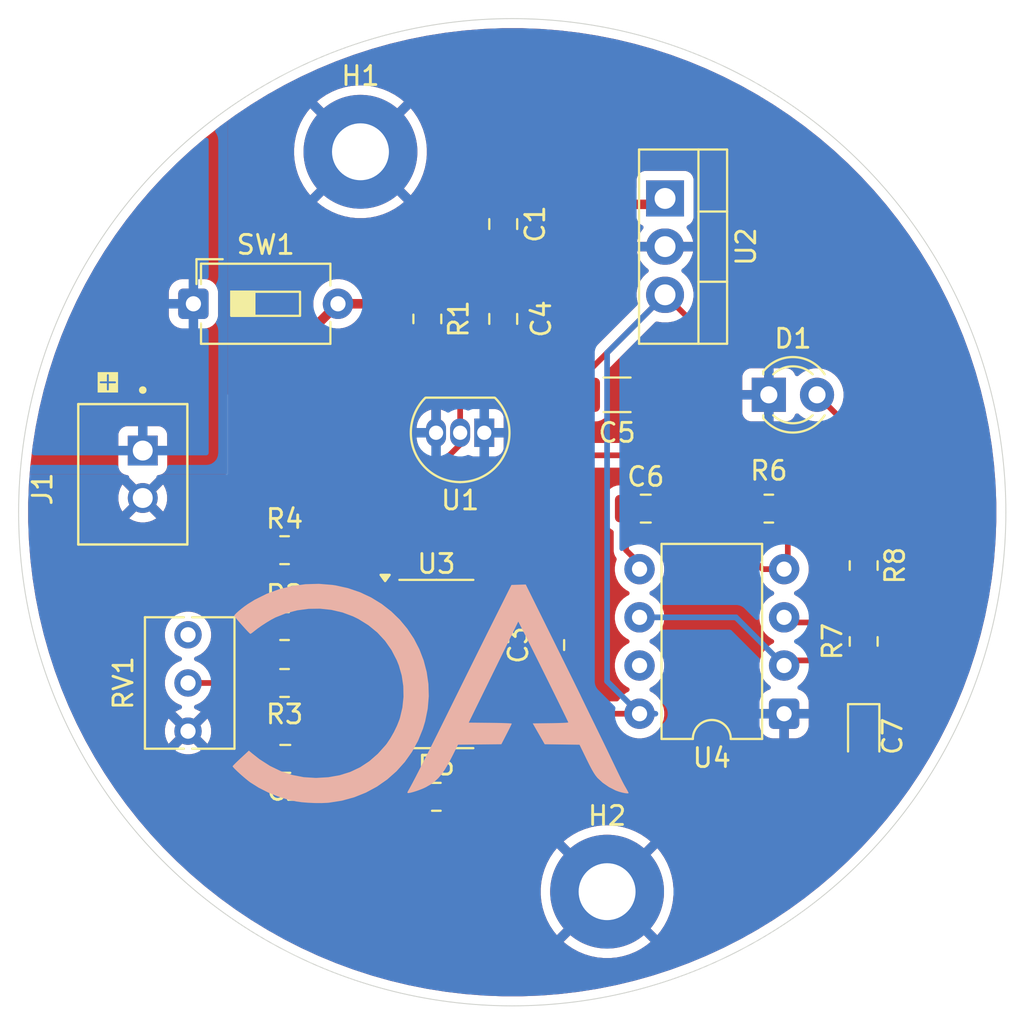
<source format=kicad_pcb>
(kicad_pcb (version 20241229) (generator "pcbnew") (generator_version "9.0")
  (title_block (title "IndicadorBateriaBaja") (date "2025-04-27") (rev "1") (company "Davidson Camilo Acuña Romero"))
  (layers (0 "F.Cu" signal) (2 "B.Cu" signal) (13 "F.Paste" user) (15 "B.Paste" user) (5 "F.SilkS" user "F.Silkscreen") (7 "B.SilkS" user "B.Silkscreen") (1 "F.Mask" user) (3 "B.Mask" user) (25 "Edge.Cuts" user))
  (net 0 "")
  (net 1 "GND")
  (net 2 "Net-(U3A--)")
  (net 3 "Net-(U4-CV)")
  (net 4 "Net-(U4-THR)")
  (net 5 "Net-(D1-A)")
  (net 6 "+BATT")
  (net 7 "Net-(U1-K)")
  (net 8 "Net-(R3-Pad2)")
  (net 9 "Net-(U3A-+)")
  (net 10 "Net-(U4-R)")
  (net 11 "Net-(U4-Q)")
  (net 22 "Net-(U2-VI)")
  (net 23 "Net-(U2-VO)")
  (footprint "Capacitor_Tantalum_SMD:CP_EIA-1608-08_AVX-J_HandSolder" (layer "F.Cu") (at 89.195 66.19 -90)
    (property "Reference" "C7" (at 0 -1.52 90) (layer "F.SilkS"))
    (property "Value" "1u / 10V")
    (fp_line (start -1.695 0.825) (end 0.8 0.825) (stroke (width 0.12)) (layer "F.SilkS"))
    (fp_line (start -1.695 -0.825) (end -1.695 0.825) (stroke (width 0.12)) (layer "F.SilkS"))
    (fp_line (start 0.8 -0.825) (end -1.695 -0.825) (stroke (width 0.12)) (layer "F.SilkS"))
    (pad "1" smd roundrect (at -0.8025 0 270) (size 1.265 1.13) (layers "F.Cu" "F.Mask" "F.Paste") (roundrect_rratio 0.221239) (net 4 "Net-(U4-THR)"))
    (pad "2" smd roundrect (at 0.8025 0 270) (size 1.265 1.13) (layers "F.Cu" "F.Mask" "F.Paste") (roundrect_rratio 0.221239) (net 1 "GND"))
  )
  (footprint "Resistor_SMD:R_0805_2012Metric_Pad1.20x1.40mm_HandSolder" (layer "F.Cu") (at 89.195 61.19 90)
    (property "Reference" "R7" (at 0 -1.65 90) (layer "F.SilkS"))
    (property "Value" "100k")
    (fp_line (start -0.227064 -0.735) (end 0.227064 -0.735) (stroke (width 0.12)) (layer "F.SilkS"))
    (fp_line (start -0.227064 0.735) (end 0.227064 0.735) (stroke (width 0.12)) (layer "F.SilkS"))
    (pad "1" smd roundrect (at -1 0 90) (size 1.2 1.4) (layers "F.Cu" "F.Mask" "F.Paste") (roundrect_rratio 0.208333) (net 4 "Net-(U4-THR)"))
    (pad "2" smd roundrect (at 1 0 90) (size 1.2 1.4) (layers "F.Cu" "F.Mask" "F.Paste") (roundrect_rratio 0.208333) (net 11 "Net-(U4-Q)"))
  )
  (footprint "Resistor_SMD:R_0805_2012Metric_Pad1.20x1.40mm_HandSolder" (layer "F.Cu") (at 58.67 56.38)
    (property "Reference" "R4" (at 0 -1.65 0) (layer "F.SilkS"))
    (property "Value" "1k")
    (fp_line (start -0.227064 -0.735) (end 0.227064 -0.735) (stroke (width 0.12)) (layer "F.SilkS"))
    (fp_line (start -0.227064 0.735) (end 0.227064 0.735) (stroke (width 0.12)) (layer "F.SilkS"))
    (pad "1" smd roundrect (at -1 0) (size 1.2 1.4) (layers "F.Cu" "F.Mask" "F.Paste") (roundrect_rratio 0.208333) (net 7 "Net-(U1-K)"))
    (pad "2" smd roundrect (at 1 0) (size 1.2 1.4) (layers "F.Cu" "F.Mask" "F.Paste") (roundrect_rratio 0.208333) (net 9 "Net-(U3A-+)"))
  )
  (footprint "Package_TO_SOT_THT:TO-220-3_Vertical" (layer "F.Cu") (at 78.725 37.84 -90)
    (property "Reference" "U2" (at 2.54 -4.27 90) (layer "F.SilkS"))
    (property "Value" "LM7805_TO220")
    (fp_line (start -2.58 1.371) (end 7.66 1.371) (stroke (width 0.12)) (layer "F.SilkS"))
    (fp_line (start -2.58 -1.76) (end 7.66 -1.76) (stroke (width 0.12)) (layer "F.SilkS"))
    (fp_line (start -2.58 -3.27) (end -2.58 1.371) (stroke (width 0.12)) (layer "F.SilkS"))
    (fp_line (start -2.58 -3.27) (end 7.66 -3.27) (stroke (width 0.12)) (layer "F.SilkS"))
    (fp_line (start 0.69 -3.27) (end 0.69 -1.76) (stroke (width 0.12)) (layer "F.SilkS"))
    (fp_line (start 4.391 -3.27) (end 4.391 -1.76) (stroke (width 0.12)) (layer "F.SilkS"))
    (fp_line (start 7.66 -3.27) (end 7.66 1.371) (stroke (width 0.12)) (layer "F.SilkS"))
    (pad "1" thru_hole rect (at 0 0 270) (size 1.905 2) (drill 1.1) (layers "*.Cu" "*.Mask") (net 22 "Net-(U2-VI)"))
    (pad "2" thru_hole oval (at 2.54 0 270) (size 1.905 2) (drill 1.1) (layers "*.Cu" "*.Mask") (net 1 "GND"))
    (pad "3" thru_hole oval (at 5.08 0 270) (size 1.905 2) (drill 1.1) (layers "*.Cu" "*.Mask") (net 23 "Net-(U2-VO)"))
  )
  (footprint "Capacitor_SMD:C_0805_2012Metric_Pad1.18x1.45mm_HandSolder" (layer "F.Cu") (at 70.195 44.19 90)
    (property "Reference" "C4" (at 0 2 90) (layer "F.SilkS"))
    (property "Value" "0.1u")
    (fp_line (start -0.261252 -0.735) (end 0.261252 -0.735) (stroke (width 0.12)) (layer "F.SilkS"))
    (fp_line (start -0.261252 0.735) (end 0.261252 0.735) (stroke (width 0.12)) (layer "F.SilkS"))
    (pad "1" smd roundrect (at -1.0375 0 90) (size 1.175 1.45) (layers "F.Cu" "F.Mask" "F.Paste") (roundrect_rratio 0.212766) (net 23 "Net-(U2-VO)"))
    (pad "2" smd roundrect (at 1.0375 0 90) (size 1.175 1.45) (layers "F.Cu" "F.Mask" "F.Paste") (roundrect_rratio 0.212766) (net 1 "GND"))
  )
  (footprint "Resistor_SMD:R_0805_2012Metric_Pad1.20x1.40mm_HandSolder" (layer "F.Cu") (at 84.195 54.19 180)
    (property "Reference" "R6" (at 0 2 0) (layer "F.SilkS"))
    (property "Value" "1k")
    (fp_line (start -0.227064 0.735) (end 0.227064 0.735) (stroke (width 0.12)) (layer "F.SilkS"))
    (fp_line (start -0.227064 -0.735) (end 0.227064 -0.735) (stroke (width 0.12)) (layer "F.SilkS"))
    (pad "1" smd roundrect (at -1 0 180) (size 1.2 1.4) (layers "F.Cu" "F.Mask" "F.Paste") (roundrect_rratio 0.208333) (net 10 "Net-(U4-R)"))
    (pad "2" smd roundrect (at 1 0 180) (size 1.2 1.4) (layers "F.Cu" "F.Mask" "F.Paste") (roundrect_rratio 0.208333) (net 23 "Net-(U2-VO)"))
  )
  (footprint "JST_XH_2:JST_B2B-XH-A" (layer "F.Cu") (at 50.67 52.38 90)
    (property "Reference" "J1" (at -0.775 -4.76 90) (layer "F.SilkS"))
    (property "Value" "B2B-XH-A")
    (fp_line (start 3.7 -2.875) (end 3.7 2.875) (stroke (width 0.127)) (layer "F.SilkS"))
    (fp_line (start -3.7 -2.875) (end 3.7 -2.875) (stroke (width 0.127)) (layer "F.SilkS"))
    (fp_line (start 3.7 2.875) (end -3.7 2.875) (stroke (width 0.127)) (layer "F.SilkS"))
    (fp_line (start -3.7 2.875) (end -3.7 -2.875) (stroke (width 0.127)) (layer "F.SilkS"))
    (fp_circle (center 4.44 0.525) (end 4.54 0.525) (stroke (width 0.2)) (fill no) (layer "F.SilkS"))
    (pad "1" thru_hole rect (at 1.25 0.525 90) (size 1.575 1.575) (drill 1.05) (layers "*.Cu" "*.Mask") (net 6 "+BATT"))
    (pad "2" thru_hole circle (at -1.25 0.525 90) (size 1.575 1.575) (drill 1.05) (layers "*.Cu" "*.Mask") (net 1 "GND"))
  )
  (footprint "Package_SO:SOIC-14_3.9x8.7mm_P1.27mm" (layer "F.Cu") (at 66.67 62.38)
    (property "Reference" "U3" (at 0 -5.28 0) (layer "F.SilkS"))
    (property "Value" "LM319")
    (fp_line (start 0 -4.435) (end -1.95 -4.435) (stroke (width 0.12)) (layer "F.SilkS"))
    (fp_line (start 0 -4.435) (end 1.95 -4.435) (stroke (width 0.12)) (layer "F.SilkS"))
    (fp_line (start 0 4.435) (end -1.95 4.435) (stroke (width 0.12)) (layer "F.SilkS"))
    (fp_line (start 0 4.435) (end 1.95 4.435) (stroke (width 0.12)) (layer "F.SilkS"))
    (fp_poly (pts (xy -2.7 -4.37) (xy -2.94 -4.7) (xy -2.46 -4.7)) (stroke (width 0.12)) (fill yes) (layer "F.SilkS"))
    (pad "1" smd roundrect (at -2.475 -3.81) (size 1.95 0.6) (layers "F.Cu" "F.Mask" "F.Paste"))
    (pad "2" smd roundrect (at -2.475 -2.54) (size 1.95 0.6) (layers "F.Cu" "F.Mask" "F.Paste"))
    (pad "3" smd roundrect (at -2.475 -1.27) (size 1.95 0.6) (layers "F.Cu" "F.Mask" "F.Paste") (net 1 "GND"))
    (pad "4" smd roundrect (at -2.475 0) (size 1.95 0.6) (layers "F.Cu" "F.Mask" "F.Paste") (net 9 "Net-(U3A-+)"))
    (pad "5" smd roundrect (at -2.475 1.27) (size 1.95 0.6) (layers "F.Cu" "F.Mask" "F.Paste") (net 2 "Net-(U3A--)"))
    (pad "6" smd roundrect (at -2.475 2.54) (size 1.95 0.6) (layers "F.Cu" "F.Mask" "F.Paste") (net 1 "GND"))
    (pad "7" smd roundrect (at -2.475 3.81) (size 1.95 0.6) (layers "F.Cu" "F.Mask" "F.Paste"))
    (pad "8" smd roundrect (at 2.475 3.81) (size 1.95 0.6) (layers "F.Cu" "F.Mask" "F.Paste"))
    (pad "9" smd roundrect (at 2.475 2.54) (size 1.95 0.6) (layers "F.Cu" "F.Mask" "F.Paste"))
    (pad "10" smd roundrect (at 2.475 1.27) (size 1.95 0.6) (layers "F.Cu" "F.Mask" "F.Paste"))
    (pad "11" smd roundrect (at 2.475 0) (size 1.95 0.6) (layers "F.Cu" "F.Mask" "F.Paste") (net 23 "Net-(U2-VO)"))
    (pad "12" smd roundrect (at 2.475 -1.27) (size 1.95 0.6) (layers "F.Cu" "F.Mask" "F.Paste") (net 10 "Net-(U4-R)"))
    (pad "13" smd roundrect (at 2.475 -2.54) (size 1.95 0.6) (layers "F.Cu" "F.Mask" "F.Paste"))
    (pad "14" smd roundrect (at 2.475 -3.81) (size 1.95 0.6) (layers "F.Cu" "F.Mask" "F.Paste"))
  )
  (footprint "Capacitor_SMD:C_0805_2012Metric_Pad1.18x1.45mm_HandSolder" (layer "F.Cu") (at 58.7075 67.38 180)
    (property "Reference" "C2" (at 0 -1.68 0) (layer "F.SilkS"))
    (property "Value" "0.01u")
    (fp_line (start -0.261252 0.735) (end 0.261252 0.735) (stroke (width 0.12)) (layer "F.SilkS"))
    (fp_line (start -0.261252 -0.735) (end 0.261252 -0.735) (stroke (width 0.12)) (layer "F.SilkS"))
    (pad "1" smd roundrect (at -1.0375 0 180) (size 1.175 1.45) (layers "F.Cu" "F.Mask" "F.Paste") (roundrect_rratio 0.212766) (net 2 "Net-(U3A--)"))
    (pad "2" smd roundrect (at 1.0375 0 180) (size 1.175 1.45) (layers "F.Cu" "F.Mask" "F.Paste") (roundrect_rratio 0.212766) (net 1 "GND"))
  )
  (footprint "Package_DIP:DIP-8_W7.62mm" (layer "F.Cu") (at 85 65 180)
    (property "Reference" "U4" (at 3.81 -2.33 0) (layer "F.SilkS"))
    (property "Value" "NE555P")
    (fp_line (start 6.46 8.95) (end 6.46 -1.33) (stroke (width 0.12)) (layer "F.SilkS"))
    (fp_line (start 6.46 -1.33) (end 4.81 -1.33) (stroke (width 0.12)) (layer "F.SilkS"))
    (fp_line (start 2.81 -1.33) (end 1.16 -1.33) (stroke (width 0.12)) (layer "F.SilkS"))
    (fp_line (start 1.16 8.95) (end 6.46 8.95) (stroke (width 0.12)) (layer "F.SilkS"))
    (fp_line (start 1.16 -1.33) (end 1.16 8.95) (stroke (width 0.12)) (layer "F.SilkS"))
    (fp_arc (start 4.81 -1.33) (mid 3.81 -0.33) (end 2.81 -1.33) (stroke (width 0.12)) (layer "F.SilkS"))
    (pad "1" thru_hole roundrect (at 0 0 180) (size 1.6 1.6) (drill 0.8) (layers "*.Cu" "*.Mask") (roundrect_rratio 0.15625) (net 1 "GND"))
    (pad "2" thru_hole circle (at 0 2.54 180) (size 1.6 1.6) (drill 0.8) (layers "*.Cu" "*.Mask") (net 4 "Net-(U4-THR)"))
    (pad "3" thru_hole circle (at 0 5.08 180) (size 1.6 1.6) (drill 0.8) (layers "*.Cu" "*.Mask") (net 11 "Net-(U4-Q)"))
    (pad "4" thru_hole circle (at 0 7.62 180) (size 1.6 1.6) (drill 0.8) (layers "*.Cu" "*.Mask") (net 10 "Net-(U4-R)"))
    (pad "5" thru_hole circle (at 7.62 7.62 180) (size 1.6 1.6) (drill 0.8) (layers "*.Cu" "*.Mask") (net 3 "Net-(U4-CV)"))
    (pad "6" thru_hole circle (at 7.62 5.08 180) (size 1.6 1.6) (drill 0.8) (layers "*.Cu" "*.Mask") (net 4 "Net-(U4-THR)"))
    (pad "7" thru_hole circle (at 7.62 2.54 180) (size 1.6 1.6) (drill 0.8) (layers "*.Cu" "*.Mask"))
    (pad "8" thru_hole circle (at 7.62 0 180) (size 1.6 1.6) (drill 0.8) (layers "*.Cu" "*.Mask") (net 23 "Net-(U2-VO)"))
  )
  (footprint "Capacitor_SMD:C_0805_2012Metric_Pad1.18x1.45mm_HandSolder" (layer "F.Cu") (at 70.195 39.19 -90)
    (property "Reference" "C1" (at 0 -1.68 90) (layer "F.SilkS"))
    (property "Value" "0.1u")
    (fp_line (start -0.261252 0.735) (end 0.261252 0.735) (stroke (width 0.12)) (layer "F.SilkS"))
    (fp_line (start -0.261252 -0.735) (end 0.261252 -0.735) (stroke (width 0.12)) (layer "F.SilkS"))
    (pad "1" smd roundrect (at -1.0375 0 270) (size 1.175 1.45) (layers "F.Cu" "F.Mask" "F.Paste") (roundrect_rratio 0.212766) (net 22 "Net-(U2-VI)"))
    (pad "2" smd roundrect (at 1.0375 0 270) (size 1.175 1.45) (layers "F.Cu" "F.Mask" "F.Paste") (roundrect_rratio 0.212766) (net 1 "GND"))
  )
  (footprint "Button_Switch_THT:SW_DIP_SPSTx01_Slide_6.7x4.1mm_W7.62mm_P2.54mm_LowProfile" (layer "F.Cu") (at 53.865 43.3925)
    (property "Reference" "SW1" (at 3.81 -3.11 0) (layer "F.SilkS"))
    (property "Value" "SW_DIP_x01")
    (fp_line (start 0.16 -2.35) (end 0.16 -1.04) (stroke (width 0.12)) (layer "F.SilkS"))
    (fp_line (start 0.16 -2.35) (end 1.543 -2.35) (stroke (width 0.12)) (layer "F.SilkS"))
    (fp_line (start 0.4 -2.11) (end 0.4 -1.04) (stroke (width 0.12)) (layer "F.SilkS"))
    (fp_line (start 0.4 -2.11) (end 7.22 -2.11) (stroke (width 0.12)) (layer "F.SilkS"))
    (fp_line (start 0.4 1.04) (end 0.4 2.11) (stroke (width 0.12)) (layer "F.SilkS"))
    (fp_line (start 0.4 2.11) (end 7.22 2.11) (stroke (width 0.12)) (layer "F.SilkS"))
    (fp_line (start 3.206667 -0.635) (end 3.206667 0.635) (stroke (width 0.12)) (layer "F.SilkS"))
    (fp_line (start 7.22 -2.11) (end 7.22 -0.96) (stroke (width 0.12)) (layer "F.SilkS"))
    (fp_line (start 7.22 0.96) (end 7.22 2.11) (stroke (width 0.12)) (layer "F.SilkS"))
    (fp_rect (start 2 -0.635) (end 3.206667 0.635) (stroke (width 0.12)) (fill yes) (layer "F.SilkS"))
    (fp_rect (start 2 -0.635) (end 5.62 0.635) (stroke (width 0.12)) (fill no) (layer "F.SilkS"))
    (pad "1" thru_hole roundrect (at 0 0) (size 1.6 1.6) (drill 0.8) (layers "*.Cu" "*.Mask") (roundrect_rratio 0.15625) (net 6 "+BATT"))
    (pad "2" thru_hole circle (at 7.62 0) (size 1.6 1.6) (drill 0.8) (layers "*.Cu" "*.Mask") (net 22 "Net-(U2-VI)"))
  )
  (footprint "Package_TO_SOT_THT:TO-92_Inline" (layer "F.Cu") (at 69.195 50.19 180)
    (property "Reference" "U1" (at 1.27 -3.56 0) (layer "F.SilkS"))
    (property "Value" "LM385Z-ADJ")
    (fp_line (start -0.53 1.85) (end 3.07 1.85) (stroke (width 0.12)) (layer "F.SilkS"))
    (fp_arc (start 1.27 -2.6) (mid 3.672087 -0.994977) (end 3.108478 1.838478) (stroke (width 0.12)) (layer "F.SilkS"))
    (fp_arc (start -0.568478 1.838478) (mid -1.132087 -0.994977) (end 1.27 -2.6) (stroke (width 0.12)) (layer "F.SilkS"))
    (pad "1" thru_hole rect (at 0 0 180) (size 1.05 1.5) (drill 0.75) (layers "*.Cu" "*.Mask") (net 1 "GND"))
    (pad "2" thru_hole oval (at 1.27 0 180) (size 1.05 1.5) (drill 0.75) (layers "*.Cu" "*.Mask") (net 7 "Net-(U1-K)"))
    (pad "3" thru_hole oval (at 2.54 0 180) (size 1.05 1.5) (drill 0.75) (layers "*.Cu" "*.Mask") (net 1 "GND"))
  )
  (footprint "Resistor_SMD:R_0805_2012Metric_Pad1.20x1.40mm_HandSolder" (layer "F.Cu") (at 66.67 69.38)
    (property "Reference" "R5" (at 0 -1.65 0) (layer "F.SilkS"))
    (property "Value" "100k")
    (fp_line (start -0.227064 -0.735) (end 0.227064 -0.735) (stroke (width 0.12)) (layer "F.SilkS"))
    (fp_line (start -0.227064 0.735) (end 0.227064 0.735) (stroke (width 0.12)) (layer "F.SilkS"))
    (pad "1" smd roundrect (at -1 0) (size 1.2 1.4) (layers "F.Cu" "F.Mask" "F.Paste") (roundrect_rratio 0.208333) (net 9 "Net-(U3A-+)"))
    (pad "2" smd roundrect (at 1 0) (size 1.2 1.4) (layers "F.Cu" "F.Mask" "F.Paste") (roundrect_rratio 0.208333) (net 10 "Net-(U4-R)"))
  )
  (footprint "Capacitor_SMD:C_0805_2012Metric_Pad1.18x1.45mm_HandSolder" (layer "F.Cu") (at 77.7075 54.19)
    (property "Reference" "C6" (at 0 -1.68 0) (layer "F.SilkS"))
    (property "Value" "0.01u")
    (fp_line (start -0.261252 -0.735) (end 0.261252 -0.735) (stroke (width 0.12)) (layer "F.SilkS"))
    (fp_line (start -0.261252 0.735) (end 0.261252 0.735) (stroke (width 0.12)) (layer "F.SilkS"))
    (pad "1" smd roundrect (at -1.0375 0) (size 1.175 1.45) (layers "F.Cu" "F.Mask" "F.Paste") (roundrect_rratio 0.212766) (net 3 "Net-(U4-CV)"))
    (pad "2" smd roundrect (at 1.0375 0) (size 1.175 1.45) (layers "F.Cu" "F.Mask" "F.Paste") (roundrect_rratio 0.212766) (net 1 "GND"))
  )
  (footprint "MountingHole:MountingHole_3mm_Pad" (layer "F.Cu") (at 75.67 74.38)
    (property "Reference" "H2" (at 0 -4 0) (layer "F.SilkS"))
    (property "Value" "MountingHole_Pad")
    (pad "1" thru_hole circle (at 0 0) (size 6 6) (drill 3) (layers "*.Cu" "*.Mask") (net 1 "GND"))
  )
  (footprint "Capacitor_SMD:C_1206_3216Metric_Pad1.33x1.80mm_HandSolder" (layer "F.Cu") (at 76.195 48.19)
    (property "Reference" "C5" (at 0 2 0) (layer "F.SilkS"))
    (property "Value" "1u / 10V")
    (fp_line (start -0.711252 -0.91) (end 0.711252 -0.91) (stroke (width 0.12)) (layer "F.SilkS"))
    (fp_line (start -0.711252 0.91) (end 0.711252 0.91) (stroke (width 0.12)) (layer "F.SilkS"))
    (pad "1" smd roundrect (at -1.5625 0) (size 1.325 1.8) (layers "F.Cu" "F.Mask" "F.Paste") (roundrect_rratio 0.188679) (net 23 "Net-(U2-VO)"))
    (pad "2" smd roundrect (at 1.5625 0) (size 1.325 1.8) (layers "F.Cu" "F.Mask" "F.Paste") (roundrect_rratio 0.188679) (net 1 "GND"))
  )
  (footprint "Resistor_SMD:R_0805_2012Metric_Pad1.20x1.40mm_HandSolder" (layer "F.Cu") (at 58.67 63.38 180)
    (property "Reference" "R3" (at 0 -1.65 0) (layer "F.SilkS"))
    (property "Value" "10k")
    (fp_line (start -0.227064 0.735) (end 0.227064 0.735) (stroke (width 0.12)) (layer "F.SilkS"))
    (fp_line (start -0.227064 -0.735) (end 0.227064 -0.735) (stroke (width 0.12)) (layer "F.SilkS"))
    (pad "1" smd roundrect (at -1 0 180) (size 1.2 1.4) (layers "F.Cu" "F.Mask" "F.Paste") (roundrect_rratio 0.208333) (net 2 "Net-(U3A--)"))
    (pad "2" smd roundrect (at 1 0 180) (size 1.2 1.4) (layers "F.Cu" "F.Mask" "F.Paste") (roundrect_rratio 0.208333) (net 8 "Net-(R3-Pad2)"))
  )
  (footprint "MountingHole:MountingHole_3mm_Pad" (layer "F.Cu") (at 62.67 35.38)
    (property "Reference" "H1" (at 0 -4 0) (layer "F.SilkS"))
    (property "Value" "MountingHole_Pad")
    (pad "1" thru_hole circle (at 0 0) (size 6 6) (drill 3) (layers "*.Cu" "*.Mask") (net 1 "GND"))
  )
  (footprint "Resistor_SMD:R_0805_2012Metric_Pad1.20x1.40mm_HandSolder" (layer "F.Cu") (at 89.195 57.19 -90)
    (property "Reference" "R8" (at 0 -1.65 90) (layer "F.SilkS"))
    (property "Value" "470")
    (fp_line (start -0.227064 0.735) (end 0.227064 0.735) (stroke (width 0.12)) (layer "F.SilkS"))
    (fp_line (start -0.227064 -0.735) (end 0.227064 -0.735) (stroke (width 0.12)) (layer "F.SilkS"))
    (pad "1" smd roundrect (at -1 0 270) (size 1.2 1.4) (layers "F.Cu" "F.Mask" "F.Paste") (roundrect_rratio 0.208333) (net 5 "Net-(D1-A)"))
    (pad "2" smd roundrect (at 1 0 270) (size 1.2 1.4) (layers "F.Cu" "F.Mask" "F.Paste") (roundrect_rratio 0.208333) (net 11 "Net-(U4-Q)"))
  )
  (footprint "Potentiometer_THT:Potentiometer_Bourns_3266Y_Vertical" (layer "F.Cu") (at 53.58 60.84 90)
    (property "Reference" "RV1" (at -2.54 -3.41 90) (layer "F.SilkS"))
    (property "Value" "R_Potentiometer_Trim")
    (fp_line (start 0.925 -2.27) (end 0.925 -0.217) (stroke (width 0.12)) (layer "F.SilkS"))
    (fp_line (start -6.005 -2.27) (end 0.925 -2.27) (stroke (width 0.12)) (layer "F.SilkS"))
    (fp_line (start -6.005 -2.27) (end -6.005 -0.217) (stroke (width 0.12)) (layer "F.SilkS"))
    (fp_line (start 0.925 0.217) (end 0.925 2.45) (stroke (width 0.12)) (layer "F.SilkS"))
    (fp_line (start -6.005 0.217) (end -6.005 2.45) (stroke (width 0.12)) (layer "F.SilkS"))
    (fp_line (start -6.005 2.45) (end 0.925 2.45) (stroke (width 0.12)) (layer "F.SilkS"))
    (pad "1" thru_hole circle (at 0 0 90) (size 1.44 1.44) (drill 0.8) (layers "*.Cu" "*.Mask"))
    (pad "2" thru_hole circle (at -2.54 0 90) (size 1.44 1.44) (drill 0.8) (layers "*.Cu" "*.Mask") (net 8 "Net-(R3-Pad2)"))
    (pad "3" thru_hole circle (at -5.08 0 90) (size 1.44 1.44) (drill 0.8) (layers "*.Cu" "*.Mask") (net 1 "GND"))
  )
  (footprint "Capacitor_SMD:C_0805_2012Metric_Pad1.18x1.45mm_HandSolder" (layer "F.Cu") (at 72.67 61.38 90)
    (property "Reference" "C3" (at 0 -1.68 90) (layer "F.SilkS"))
    (property "Value" "0.1u")
    (fp_line (start -0.261252 -0.735) (end 0.261252 -0.735) (stroke (width 0.12)) (layer "F.SilkS"))
    (fp_line (start -0.261252 0.735) (end 0.261252 0.735) (stroke (width 0.12)) (layer "F.SilkS"))
    (pad "1" smd roundrect (at -1.0375 0 90) (size 1.175 1.45) (layers "F.Cu" "F.Mask" "F.Paste") (roundrect_rratio 0.212766) (net 23 "Net-(U2-VO)"))
    (pad "2" smd roundrect (at 1.0375 0 90) (size 1.175 1.45) (layers "F.Cu" "F.Mask" "F.Paste") (roundrect_rratio 0.212766) (net 1 "GND"))
  )
  (footprint "Resistor_SMD:R_0805_2012Metric_Pad1.20x1.40mm_HandSolder" (layer "F.Cu") (at 66.195 44.19 -90)
    (property "Reference" "R1" (at 0 -1.65 90) (layer "F.SilkS"))
    (property "Value" "470k")
    (fp_line (start -0.227064 0.735) (end 0.227064 0.735) (stroke (width 0.12)) (layer "F.SilkS"))
    (fp_line (start -0.227064 -0.735) (end 0.227064 -0.735) (stroke (width 0.12)) (layer "F.SilkS"))
    (pad "1" smd roundrect (at -1 0 270) (size 1.2 1.4) (layers "F.Cu" "F.Mask" "F.Paste") (roundrect_rratio 0.208333) (net 22 "Net-(U2-VI)"))
    (pad "2" smd roundrect (at 1 0 270) (size 1.2 1.4) (layers "F.Cu" "F.Mask" "F.Paste") (roundrect_rratio 0.208333) (net 7 "Net-(U1-K)"))
  )
  (footprint "Resistor_SMD:R_0805_2012Metric_Pad1.20x1.40mm_HandSolder" (layer "F.Cu") (at 58.67 60.38)
    (property "Reference" "R2" (at 0 -1.65 0) (layer "F.SilkS"))
    (property "Value" "100k")
    (fp_line (start -0.227064 -0.735) (end 0.227064 -0.735) (stroke (width 0.12)) (layer "F.SilkS"))
    (fp_line (start -0.227064 0.735) (end 0.227064 0.735) (stroke (width 0.12)) (layer "F.SilkS"))
    (pad "1" smd roundrect (at -1 0) (size 1.2 1.4) (layers "F.Cu" "F.Mask" "F.Paste") (roundrect_rratio 0.208333) (net 22 "Net-(U2-VI)"))
    (pad "2" smd roundrect (at 1 0) (size 1.2 1.4) (layers "F.Cu" "F.Mask" "F.Paste") (roundrect_rratio 0.208333) (net 2 "Net-(U3A--)"))
  )
  (footprint "LED_THT:LED_D3.0mm" (layer "F.Cu") (at 84.195 48.19)
    (property "Reference" "D1" (at 1.27 -2.96 0) (layer "F.SilkS"))
    (property "Value" "LED")
    (fp_line (start -0.29 -1.236) (end -0.29 -1.08) (stroke (width 0.12)) (layer "F.SilkS"))
    (fp_line (start -0.29 1.08) (end -0.29 1.236) (stroke (width 0.12)) (layer "F.SilkS"))
    (fp_arc (start -0.29 -1.235516) (mid 1.365624 -1.987701) (end 2.941397 -1.080061) (stroke (width 0.12)) (layer "F.SilkS"))
    (fp_arc (start 0.229039 -1.08) (mid 1.269964 -1.5) (end 2.31091 -1.080049) (stroke (width 0.12)) (layer "F.SilkS"))
    (fp_arc (start 2.31091 1.080049) (mid 1.269964 1.5) (end 0.229039 1.08) (stroke (width 0.12)) (layer "F.SilkS"))
    (fp_arc (start 2.941397 1.080061) (mid 1.365624 1.987701) (end -0.29 1.235516) (stroke (width 0.12)) (layer "F.SilkS"))
    (pad "1" thru_hole rect (at 0 0) (size 1.8 1.8) (drill 0.9) (layers "*.Cu" "*.Mask") (net 1 "GND"))
    (pad "2" thru_hole circle (at 2.54 0) (size 1.8 1.8) (drill 0.9) (layers "*.Cu" "*.Mask") (net 5 "Net-(D1-A)"))
  )
  (footprint "LogoLinkedin:Logo_60_33" (layer "B.Cu") (at 66 65 180)
    (property "Reference" "G***" (hide yes))
    (property "Value" "LOGO" (hide yes))
    (fp_poly (pts (xy 6.234412 6.826926) (xy 6.936013 6.731132) (xy 7.620359 6.561386) (xy 8.279582 6.319469) (xy 8.905817 6.007164) (xy 9.275281 5.778153) (xy 9.438841 5.662496) (xy 9.60222 5.536807) (xy 9.752115 5.412561) (xy 9.87522 5.30123) (xy 9.958234 5.214286) (xy 9.987867 5.163622) (xy 9.961638 5.121081) (xy 9.891299 5.032158) (xy 9.78851 4.909958) (xy 9.664934 4.767582) (xy 9.532233 4.618136) (xy 9.402066 4.474721) (xy 9.286097 4.350441) (xy 9.195986 4.2584) (xy 9.143395 4.211701) (xy 9.138166 4.208866) (xy 9.092891 4.227062) (xy 9.009126 4.285476) (xy 8.944535 4.337986) (xy 8.756757 4.485486) (xy 8.522221 4.6503) (xy 8.267915 4.814956) (xy 8.020828 4.961979) (xy 7.807952 5.073897) (xy 7.807544 5.07409) (xy 7.244739 5.297595) (xy 6.658867 5.448939) (xy 6.059604 5.528313) (xy 5.456629 5.535909) (xy 4.859616 5.471918) (xy 4.278243 5.33653) (xy 3.722187 5.129937) (xy 3.433739 4.987697) (xy 2.906891 4.6595) (xy 2.440989 4.277398) (xy 2.036929 3.842419) (xy 1.695604 3.355593) (xy 1.417909 2.81795) (xy 1.306276 2.53884) (xy 1.154966 2.010144) (xy 1.073441 1.454586) (xy 1.061839 0.887704) (xy 1.120293 0.325035) (xy 1.248941 -0.217883) (xy 1.281347 -0.317572) (xy 1.405777 -0.632145) (xy 1.567434 -0.965206) (xy 1.75037 -1.287215) (xy 1.938635 -1.56863) (xy 1.999747 -1.648219) (xy 2.416652 -2.11276) (xy 2.865082 -2.5032) (xy 3.347454 -2.820673) (xy 3.866186 -3.066317) (xy 4.423696 -3.241268) (xy 5.022402 -3.346662) (xy 5.664721 -3.383636) (xy 5.692332 -3.383708) (xy 6.321764 -3.344461) (xy 6.932494 -3.225991) (xy 7.524713 -3.028225) (xy 8.098614 -2.751087) (xy 8.654389 -2.394504) (xy 9.060025 -2.074385) (xy 9.211704 -1.944683) (xy 9.641005 -2.342223) (xy 9.7941 -2.486061) (xy 9.923093 -2.611194) (xy 10.01728 -2.706934) (xy 10.065963 -2.762591) (xy 10.070305 -2.771053) (xy 10.040787 -2.818027) (xy 9.960504 -2.905271) (xy 9.841867 -3.021496) (xy 9.697283 -3.155418) (xy 9.539161 -3.295747) (xy 9.379911 -3.431198) (xy 9.231941 -3.550482) (xy 9.128273 -3.627928) (xy 8.694265 -3.900784) (xy 8.205104 -4.148354) (xy 7.685794 -4.360315) (xy 7.161339 -4.526342) (xy 6.706742 -4.627763) (xy 6.421391 -4.665994) (xy 6.085921 -4.6933) (xy 5.730423 -4.708563) (xy 5.384991 -4.710668) (xy 5.079716 -4.698497) (xy 4.994382 -4.691303) (xy 4.311317 -4.584866) (xy 3.657881 -4.405416) (xy 3.038586 -4.156773) (xy 2.457945 -3.842753) (xy 1.92047 -3.467175) (xy 1.430672 -3.033857) (xy 0.993065 -2.546617) (xy 0.612161 -2.009272) (xy 0.292471 -1.425641) (xy 0.038508 -0.799541) (xy -0.083079 -0.395077) (xy -0.216938 0.267199) (xy -0.27252 0.923786) (xy -0.253084 1.569898) (xy -0.161889 2.20075) (xy -0.002195 2.81156) (xy 0.222741 3.397541) (xy 0.509658 3.95391) (xy 0.855298 4.475882) (xy 1.256401 4.958674) (xy 1.709709 5.3975) (xy 2.211963 5.787576) (xy 2.759904 6.124117) (xy 3.350272 6.40234) (xy 3.979808 6.617461) (xy 4.645255 6.764693) (xy 4.810915 6.789528) (xy 5.523424 6.846986)) (fill yes) (layer "B.SilkS"))
    (fp_poly (pts (xy -5.005202 6.800013) (xy -4.627448 6.788282) (xy -3.709264 4.953611) (xy -3.5321 4.599021) (xy -3.324671 4.182843) (xy -3.09272 3.716651) (xy -2.841988 3.212017) (xy -2.578218 2.680515) (xy -2.30715 2.133717) (xy -2.034527 1.583197) (xy -1.766091 1.040527) (xy -1.507583 0.51728) (xy -1.39314 0.285393) (xy -1.064657 -0.379042) (xy -0.756187 -1.000218) (xy -0.46935 -1.574948) (xy -0.205765 -2.100048) (xy 0.032948 -2.572332) (xy 0.245168 -2.988615) (xy 0.429275 -3.345711) (xy 0.58365 -3.640434) (xy 0.706673 -3.8696) (xy 0.796723 -4.030022) (xy 0.827937 -4.081956) (xy 0.855473 -4.149649) (xy 0.851183 -4.177174) (xy 0.79541 -4.183301) (xy 0.681822 -4.163089) (xy 0.527705 -4.121958) (xy 0.350345 -4.065328) (xy 0.167028 -3.998621) (xy -0.00496 -3.927257) (xy -0.116503 -3.873737) (xy -0.360883 -3.733702) (xy -0.575813 -3.579287) (xy -0.770099 -3.400045) (xy -0.952547 -3.185526) (xy -1.13196 -2.925284) (xy -1.317145 -2.608871) (xy -1.516905 -2.225838) (xy -1.533765 -2.192032) (xy -1.812269 -1.632057) (xy -2.95485 -1.621245) (xy -4.097432 -1.610434) (xy -4.370924 -1.080417) (xy -4.467797 -0.89095) (xy -4.549824 -0.727223) (xy -4.610318 -0.60284) (xy -4.642592 -0.53141) (xy -4.646124 -0.520459) (xy -4.607535 -0.512312) (xy -4.497731 -0.504237) (xy -4.327037 -0.496606) (xy -4.105779 -0.489789) (xy -3.844283 -0.484158) (xy -3.552874 -0.480086) (xy -3.513086 -0.479688) (xy -2.37834 -0.46886) (xy -2.667942 0.122311) (xy -2.741639 0.272698) (xy -2.846721 0.487051) (xy -2.978656 0.756131) (xy -3.132913 1.070698) (xy -3.304962 1.421514) (xy -3.490272 1.799339) (xy -3.68431 2.194934) (xy -3.882547 2.59906) (xy -3.973538 2.784545) (xy -4.989532 4.855606) (xy -5.286355 4.272667) (xy -5.387724 4.072533) (xy -5.511606 3.826226) (xy -5.654397 3.541037) (xy -5.812497 3.224253) (xy -5.982303 2.883166) (xy -6.160213 2.525064) (xy -6.342625 2.157238) (xy -6.525937 1.786976) (xy -6.706548 1.421569) (xy -6.880854 1.068306) (xy -7.045255 0.734476) (xy -7.196148 0.42737) (xy -7.329931 0.154276) (xy -7.443003 -0.077515) (xy -7.53176 -0.260714) (xy -7.592602 -0.388031) (xy -7.621926 -0.452177) (xy -7.624077 -0.458334) (xy -7.585204 -0.467152) (xy -7.476171 -0.475863) (xy -7.308358 -0.483978) (xy -7.093147 -0.491007) (xy -6.841917 -0.496462) (xy -6.686194 -0.498687) (xy -5.74831 -0.509631) (xy -6.064444 -1.060032) (xy -6.380578 -1.610434) (xy -7.297913 -1.622511) (xy -8.215249 -1.634589) (xy -8.586929 -2.398098) (xy -8.734693 -2.695925) (xy -8.857831 -2.930178) (xy -8.963166 -3.112513) (xy -9.057518 -3.254591) (xy -9.14771 -3.368068) (xy -9.167202 -3.38984) (xy -9.437336 -3.639476) (xy -9.760839 -3.863317) (xy -10.109825 -4.04237) (xy -10.149492 -4.058891) (xy -10.298346 -4.111584) (xy -10.456032 -4.155049) (xy -10.603612 -4.185737) (xy -10.722144 -4.200098) (xy -10.792689 -4.194583) (xy -10.804173 -4.181573) (xy -10.784952 -4.134768) (xy -10.734064 -4.037257) (xy -10.661672 -3.908325) (xy -10.645416 -3.880308) (xy -10.599774 -3.800765) (xy -10.552737 -3.715397) (xy -10.500332 -3.616179) (xy -10.438588 -3.495082) (xy -10.363532 -3.344079) (xy -10.271193 -3.155143) (xy -10.157597 -2.920247) (xy -10.018774 -2.631363) (xy -9.85075 -2.280465) (xy -9.764311 -2.099679) (xy -9.694198 -1.953942) (xy -9.594222 -1.747472) (xy -9.470452 -1.492732) (xy -9.328955 -1.202188) (xy -9.1758 -0.888304) (xy -9.017053 -0.563543) (xy -8.913176 -0.351359) (xy -8.765968 -0.050586) (xy -8.630782 0.226157) (xy -8.511655 0.470563) (xy -8.412628 0.674322) (xy -8.337738 0.829126) (xy -8.291024 0.926665) (xy -8.276404 0.958678) (xy -8.258752 0.995912) (xy -8.207603 1.100712) (xy -8.125668 1.267584) (xy -8.015659 1.491034) (xy -7.880287 1.765567) (xy -7.722263 2.085689) (xy -7.5443 2.445905) (xy -7.349108 2.840721) (xy -7.139399 3.264643) (xy -6.917884 3.712176) (xy -6.829681 3.890307) (xy -5.382957 6.811744)) (fill yes) (layer "B.SilkS"))
  )
  (gr_circle (center 70.67 54.38) (end 96.67 55.38) (stroke (width 0.05)) (fill no) (layer "Edge.Cuts"))
  (gr_text "+" (at 48.67 48.04 0) (layer "F.SilkS" knockout) (effects (font (size 1 1) (thickness 0.1)) (justify left bottom)))
  (segment (start 59.67 60.38) (end 59.67 63.38) (width 0.3) (layer "F.Cu") (net 2))
  (segment (start 59.94 63.65) (end 59.67 63.38) (width 0.3) (layer "F.Cu") (net 2))
  (segment (start 64.195 63.65) (end 59.94 63.65) (width 0.3) (layer "F.Cu") (net 2))
  (segment (start 59.745 63.455) (end 59.67 63.38) (width 0.3) (layer "F.Cu") (net 2))
  (segment (start 59.745 67.38) (end 59.745 63.455) (width 0.3) (layer "F.Cu") (net 2))
  (segment (start 77.38 57.38) (end 77.38 57.09) (width 0.3) (layer "F.Cu") (net 3))
  (segment (start 76.67 56.38) (end 76.67 54.19) (width 0.3) (layer "F.Cu") (net 3))
  (segment (start 77.38 57.09) (end 76.67 56.38) (width 0.3) (layer "F.Cu") (net 3))
  (segment (start 77.1575 57.1575) (end 77.38 57.38) (width 0.3) (layer "F.Cu") (net 3))
  (segment (start 85.27 62.19) (end 85 62.46) (width 0.3) (layer "F.Cu") (net 4))
  (segment (start 89.195 65.3875) (end 89.195 62.19) (width 0.3) (layer "F.Cu") (net 4))
  (segment (start 89.195 62.19) (end 85.27 62.19) (width 0.3) (layer "F.Cu") (net 4))
  (segment (start 82.46 59.92) (end 85 62.46) (width 0.3) (layer "B.Cu") (net 4))
  (segment (start 77.38 59.92) (end 82.46 59.92) (width 0.3) (layer "B.Cu") (net 4))
  (segment (start 89.195 50.65) (end 86.735 48.19) (width 0.3) (layer "F.Cu") (net 5))
  (segment (start 89.195 56.19) (end 89.195 50.65) (width 0.3) (layer "F.Cu") (net 5))
  (segment (start 57.67 55.68) (end 61.759 51.591) (width 0.3) (layer "F.Cu") (net 7))
  (segment (start 61.759 51.591) (end 67.142115 51.591) (width 0.3) (layer "F.Cu") (net 7))
  (segment (start 67.142115 51.591) (end 67.925 50.808115) (width 0.3) (layer "F.Cu") (net 7))
  (segment (start 67.925 50.808115) (end 67.925 50.19) (width 0.3) (layer "F.Cu") (net 7))
  (segment (start 67.925 46.92) (end 67.925 50.19) (width 0.3) (layer "F.Cu") (net 7))
  (segment (start 66.195 45.19) (end 67.925 46.92) (width 0.3) (layer "F.Cu") (net 7))
  (segment (start 57.67 56.38) (end 57.67 55.68) (width 0.3) (layer "F.Cu") (net 7))
  (segment (start 53.58 63.38) (end 57.67 63.38) (width 0.3) (layer "F.Cu") (net 8))
  (segment (start 65.67 69.38) (end 65.821 69.229) (width 0.3) (layer "F.Cu") (net 9))
  (segment (start 65.821 63.031001) (end 65.169999 62.38) (width 0.3) (layer "F.Cu") (net 9))
  (segment (start 64.195 62.38) (end 63.220001 62.38) (width 0.3) (layer "F.Cu") (net 9))
  (segment (start 63.220001 62.38) (end 61.67 60.829999) (width 0.3) (layer "F.Cu") (net 9))
  (segment (start 61.67 60.829999) (end 61.67 58.38) (width 0.3) (layer "F.Cu") (net 9))
  (segment (start 61.67 58.38) (end 59.67 56.38) (width 0.3) (layer "F.Cu") (net 9))
  (segment (start 65.821 69.229) (end 65.821 63.031001) (width 0.3) (layer "F.Cu") (net 9))
  (segment (start 65.169999 62.38) (end 64.195 62.38) (width 0.3) (layer "F.Cu") (net 9))
  (segment (start 83.86863 57.38) (end 85 57.38) (width 0.3) (layer "F.Cu") (net 10))
  (segment (start 67.519 69.229) (end 67.519 61.761001) (width 0.3) (layer "F.Cu") (net 10))
  (segment (start 85.195 54.19) (end 85.195 57.185) (width 0.3) (layer "F.Cu") (net 10))
  (segment (start 69.145 61.11) (end 69.986942 61.11) (width 0.3) (layer "F.Cu") (net 10))
  (segment (start 67.519 61.761001) (end 68.170001 61.11) (width 0.3) (layer "F.Cu") (net 10))
  (segment (start 81.944 54.654) (end 81.944 55.45537) (width 0.3) (layer "F.Cu") (net 10))
  (segment (start 67.67 69.38) (end 67.519 69.229) (width 0.3) (layer "F.Cu") (net 10))
  (segment (start 71.294 59.802942) (end 71.294 54.756) (width 0.3) (layer "F.Cu") (net 10))
  (segment (start 85.195 57.185) (end 85 57.38) (width 0.3) (layer "F.Cu") (net 10))
  (segment (start 81.944 55.45537) (end 83.86863 57.38) (width 0.3) (layer "F.Cu") (net 10))
  (segment (start 68.170001 61.11) (end 69.145 61.11) (width 0.3) (layer "F.Cu") (net 10))
  (segment (start 74.67 51.38) (end 78.67 51.38) (width 0.3) (layer "F.Cu") (net 10))
  (segment (start 78.67 51.38) (end 81.944 54.654) (width 0.3) (layer "F.Cu") (net 10))
  (segment (start 69.986942 61.11) (end 71.294 59.802942) (width 0.3) (layer "F.Cu") (net 10))
  (segment (start 71.294 54.756) (end 74.67 51.38) (width 0.3) (layer "F.Cu") (net 10))
  (segment (start 89.195 60.19) (end 85.27 60.19) (width 0.3) (layer "F.Cu") (net 11))
  (segment (start 89.195 60.19) (end 89.195 58.19) (width 0.3) (layer "F.Cu") (net 11))
  (segment (start 85.27 60.19) (end 85 59.92) (width 0.3) (layer "F.Cu") (net 11))
  (segment (start 61.485 43.3925) (end 56.319 48.5585) (width 0.5) (layer "F.Cu") (net 22))
  (segment (start 65.9925 43.3925) (end 66.195 43.19) (width 0.5) (layer "F.Cu") (net 22))
  (segment (start 69.47 38.1525) (end 70.195 38.1525) (width 0.5) (layer "F.Cu") (net 22))
  (segment (start 61.485 43.3925) (end 65.9925 43.3925) (width 0.5) (layer "F.Cu") (net 22))
  (segment (start 70.195 38.1525) (end 78.4125 38.1525) (width 0.5) (layer "F.Cu") (net 22))
  (segment (start 56.319 48.5585) (end 56.319 59.029) (width 0.5) (layer "F.Cu") (net 22))
  (segment (start 66.195 43.19) (end 66.195 41.4275) (width 0.5) (layer "F.Cu") (net 22))
  (segment (start 66.195 41.4275) (end 69.47 38.1525) (width 0.5) (layer "F.Cu") (net 22))
  (segment (start 78.4125 38.1525) (end 78.725 37.84) (width 0.5) (layer "F.Cu") (net 22))
  (segment (start 56.319 59.029) (end 57.67 60.38) (width 0.5) (layer "F.Cu") (net 22))
  (segment (start 74.48 48.19) (end 71.5175 45.2275) (width 0.3) (layer "F.Cu") (net 23))
  (segment (start 74.6325 48.19) (end 74.48 48.19) (width 0.3) (layer "F.Cu") (net 23))
  (segment (start 72.7075 62.4175) (end 75.29 65) (width 0.3) (layer "F.Cu") (net 23))
  (segment (start 78.725 42.92) (end 74.6325 47.0125) (width 0.3) (layer "F.Cu") (net 23))
  (segment (start 81.67 52.665) (end 81.67 45.865) (width 0.3) (layer "F.Cu") (net 23))
  (segment (start 71.5175 45.2275) (end 70.195 45.2275) (width 0.3) (layer "F.Cu") (net 23))
  (segment (start 72.67 62.4175) (end 73.395 62.4175) (width 0.3) (layer "F.Cu") (net 23))
  (segment (start 69.1825 62.4175) (end 69.145 62.38) (width 0.3) (layer "F.Cu") (net 23))
  (segment (start 81.67 45.865) (end 78.725 42.92) (width 0.3) (layer "F.Cu") (net 23))
  (segment (start 83.195 54.19) (end 81.67 52.665) (width 0.3) (layer "F.Cu") (net 23))
  (segment (start 72.67 62.4175) (end 69.1825 62.4175) (width 0.3) (layer "F.Cu") (net 23))
  (segment (start 74.6325 47.0125) (end 74.6325 48.19) (width 0.3) (layer "F.Cu") (net 23))
  (segment (start 75.29 65) (end 77.38 65) (width 0.3) (layer "F.Cu") (net 23))
  (segment (start 72.67 62.4175) (end 72.7075 62.4175) (width 0.3) (layer "F.Cu") (net 23))
  (segment (start 75.67 45.975) (end 78.725 42.92) (width 0.3) (layer "B.Cu") (net 23))
  (segment (start 77.38 65) (end 75.67 63.29) (width 0.3) (layer "B.Cu") (net 23))
  (segment (start 77.38 65) (end 78.215 65) (width 0.3) (layer "B.Cu") (net 23))
  (segment (start 75.67 63.29) (end 75.67 45.975) (width 0.3) (layer "B.Cu") (net 23))
  (zone (net 1) (net_name "GND") (layer "F.Cu") (priority 1) (connect_pads (clearance 0.5)) (min_thickness 0.25) (fill yes (thermal_gap 0.5) (thermal_bridge_width 0.5))
    (polygon (pts (xy 43.67 27.38) (xy 97.67 27.38) (xy 97.67 81.38) (xy 43.67 81.38)))
  )
  (zone (net 1) (net_name "GND") (layer "B.Cu") (priority 2) (connect_pads (clearance 0.5)) (min_thickness 0.25) (fill yes (thermal_gap 0.5) (thermal_bridge_width 0.5))
    (polygon (pts (xy 43.67 52.38) (xy 55.67 52.38) (xy 55.67 27.38) (xy 97.67 27.38) (xy 97.67 81.38) (xy 43.67 81.38)))
  )
  (zone (net 1) (net_name "GND") (layer "B.Cu") (connect_pads (clearance 0.5)) (min_thickness 0.25) (fill yes (thermal_gap 0.5) (thermal_bridge_width 0.5))
    (polygon (pts (xy 43.67 27.38) (xy 97.67 27.38) (xy 97.67 81.38) (xy 43.67 81.38)))
  )
  (zone (net 6) (net_name "+BATT") (layer "B.Cu") (priority 1) (connect_pads (clearance 0.5)) (min_thickness 0.25) (fill yes (thermal_gap 0.5) (thermal_bridge_width 0.5))
    (polygon (pts (xy 43.67 27.38) (xy 54.67 27.38) (xy 54.67 51.38) (xy 43.67 51.38)))
  )
)
</source>
